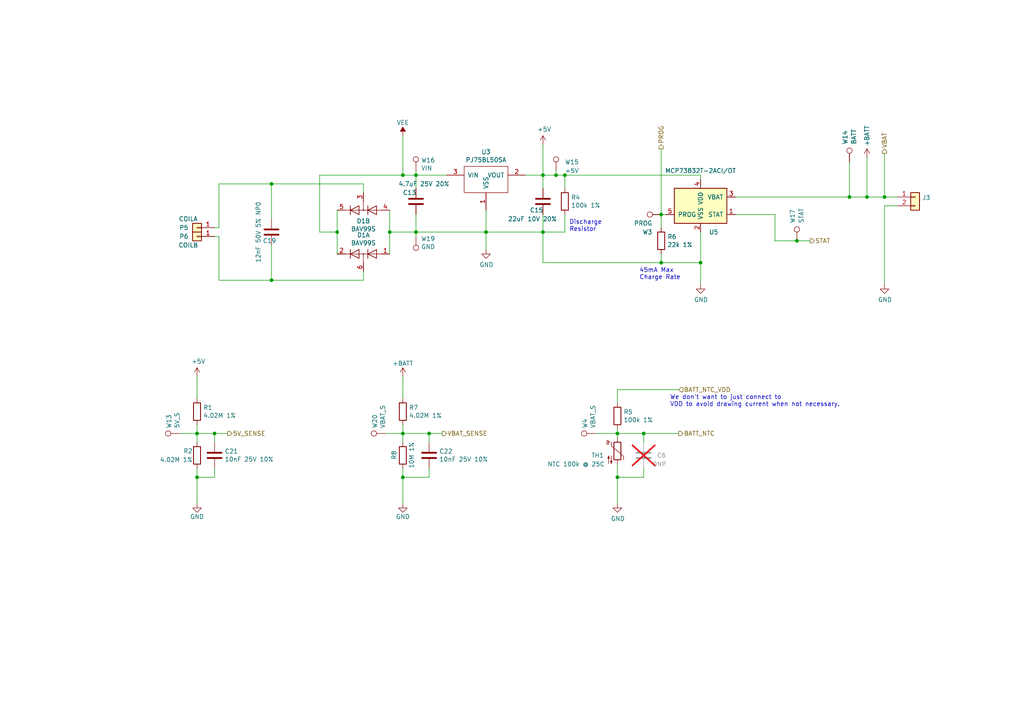
<source format=kicad_sch>
(kicad_sch (version 20231120) (generator "eeschema") (generator_version "8.0")
  (paper "A4")
  (lib_symbols
    (symbol "Connector_Generic:Conn_01x01" (pin_names (offset 1.016) hide)
      (property "Reference" "J" (at 0 2.54 0))
      (property "Value" "Conn_01x01" (at 0 -2.54 0))
      (symbol "Conn_01x01_1_1"
        (rectangle (start -1.27 0.127) (end 0 -0.127) (stroke (width 0.1524)))
        (rectangle (start -1.27 1.27) (end 1.27 -1.27) (stroke (width 0.254)) (fill (type background)))
        (pin passive line (at -5.08 0 0) (length 3.81) (name "Pin_1") (number "1"))
      )
    )
    (symbol "Connector_Generic:Conn_01x02" (pin_names (offset 1.016) hide)
      (property "Reference" "J" (at 0 2.54 0))
      (property "Value" "Conn_01x02" (at 0 -5.08 0))
      (symbol "Conn_01x02_1_1"
        (rectangle (start -1.27 -2.413) (end 0 -2.667) (stroke (width 0.1524)))
        (rectangle (start -1.27 0.127) (end 0 -0.127) (stroke (width 0.1524)))
        (rectangle (start -1.27 1.27) (end 1.27 -3.81) (stroke (width 0.254)) (fill (type background)))
        (pin passive line (at -5.08 0 0) (length 3.81) (name "Pin_1") (number "1"))
        (pin passive line (at -5.08 -2.54 0) (length 3.81) (name "Pin_2") (number "2"))
      )
    )
    (symbol "Device:C" (pin_numbers hide) (pin_names (offset 0.254))
      (property "Reference" "C" (at 0.635 2.54 0))
      (property "Value" "C" (at 0.635 -2.54 0))
      (symbol "C_0_1"
        (polyline (pts (xy -2.032 -0.762) (xy 2.032 -0.762)) (stroke (width 0.508)))
        (polyline (pts (xy -2.032 0.762) (xy 2.032 0.762)) (stroke (width 0.508)))
      )
      (symbol "C_1_1"
        (pin passive line (at 0 3.81 270) (length 2.794) (name "~") (number "1"))
        (pin passive line (at 0 -3.81 90) (length 2.794) (name "~") (number "2"))
      )
    )
    (symbol "Device:R" (pin_numbers hide) (pin_names (offset 0))
      (property "Reference" "R" (at 2.032 0 90))
      (property "Value" "R" (at 0 0 90))
      (symbol "R_0_1"
        (rectangle (start -1.016 -2.54) (end 1.016 2.54) (stroke (width 0.254)))
      )
      (symbol "R_1_1"
        (pin passive line (at 0 3.81 270) (length 1.27) (name "~") (number "1"))
        (pin passive line (at 0 -3.81 90) (length 1.27) (name "~") (number "2"))
      )
    )
    (symbol "Device:Thermistor_NTC" (pin_numbers hide) (pin_names (offset 0))
      (property "Reference" "TH" (at -4.445 0 90))
      (property "Value" "Thermistor_NTC" (at 3.175 0 90))
      (symbol "Thermistor_NTC_0_1"
        (arc (start -3.048 2.159) (mid -3.0495 2.3143) (end -3.175 2.413))
        (arc (start -3.048 2.159) (mid -2.9736 1.9794) (end -2.794 1.905))
        (arc (start -3.048 2.794) (mid -2.9736 2.6144) (end -2.794 2.54))
        (arc (start -2.794 1.905) (mid -2.6144 1.9794) (end -2.54 2.159))
        (arc (start -2.794 2.54) (mid -2.4393 2.5587) (end -2.159 2.794))
        (arc (start -2.794 3.048) (mid -2.9736 2.9736) (end -3.048 2.794))
        (arc (start -2.54 2.794) (mid -2.6144 2.9736) (end -2.794 3.048))
        (rectangle (start -1.016 2.54) (end 1.016 -2.54) (stroke (width 0.254)))
        (polyline (pts (xy -2.54 2.159) (xy -2.54 2.794)))
        (polyline (pts (xy -1.778 2.54) (xy -1.778 1.524) (xy 1.778 -1.524) (xy 1.778 -2.54)))
        (polyline (pts (xy -2.54 -3.683) (xy -2.54 -1.397) (xy -2.794 -2.159) (xy -2.286 -2.159) (xy -2.54 -1.397) (xy -2.54 -1.651)) (fill (type outline)))
        (polyline (pts (xy -1.778 -1.397) (xy -1.778 -3.683) (xy -2.032 -2.921) (xy -1.524 -2.921) (xy -1.778 -3.683) (xy -1.778 -3.429)) (fill (type outline)))
      )
      (symbol "Thermistor_NTC_1_1"
        (pin passive line (at 0 3.81 270) (length 1.27) (name "~") (number "1"))
        (pin passive line (at 0 -3.81 90) (length 1.27) (name "~") (number "2"))
      )
    )
    (symbol "Pixels-dice:BAV99S-diode" (pin_names (offset 0.0254) hide)
      (property "Reference" "D" (at 0 2.54 0))
      (property "Value" "BAV99S-diode" (at 0 5.08 0))
      (symbol "BAV99S-diode_0_1"
        (polyline (pts (xy -5.08 0) (xy 5.08 0)))
        (polyline (pts (xy 0 0) (xy 0 -2.54)))
        (polyline (pts (xy -1.27 -1.27) (xy -1.27 1.27) (xy -1.27 1.27)) (stroke (width 0.2032)))
        (polyline (pts (xy 3.81 1.27) (xy 3.81 -1.27) (xy 3.81 -1.27)) (stroke (width 0.2032)))
        (polyline (pts (xy -3.81 1.27) (xy -1.27 0) (xy -3.81 -1.27) (xy -3.81 1.27) (xy -3.81 1.27) (xy -3.81 1.27)) (stroke (width 0.2032)))
        (polyline (pts (xy 1.27 1.27) (xy 3.81 0) (xy 1.27 -1.27) (xy 1.27 1.27) (xy 1.27 1.27) (xy 1.27 1.27)) (stroke (width 0.2032)))
        (circle (center 0 0) (radius 0.127))
      )
      (symbol "BAV99S-diode_1_1"
        (polyline (pts (xy 6.35 0) (xy 7.62 0)))
        (pin passive line (at -7.62 0 0) (length 2.54) (name "A1") (number "1"))
        (pin passive line (at 7.62 0 180) (length 2.54) (name "K2") (number "2"))
        (pin passive line (at 0 -5.08 90) (length 2.54) (name "K3A4") (number "6"))
      )
      (symbol "BAV99S-diode_2_1"
        (polyline (pts (xy 6.35 0) (xy 7.62 0)))
        (pin passive line (at 0 -5.08 90) (length 2.54) (name "K1A2") (number "3"))
        (pin passive line (at -7.62 0 0) (length 2.54) (name "A3") (number "4"))
        (pin passive line (at 7.62 0 180) (length 2.54) (name "K4") (number "5"))
      )
    )
    (symbol "Pixels-dice:HX6306P502MR" (pin_names (offset 1.016))
      (property "Reference" "U" (at 3.81 -6.35 0))
      (property "Value" "HX6306P502MR" (at 0 3.81 0))
      (symbol "HX6306P502MR_0_1"
        (rectangle (start -6.35 2.54) (end 6.35 -5.08))
      )
      (symbol "HX6306P502MR_1_1"
        (pin power_in line (at 0 -10.16 90) (length 5.08) (name "VSS") (number "1"))
        (pin power_out line (at 11.43 0 180) (length 5.08) (name "VOUT") (number "2"))
        (pin power_in line (at -11.43 0 0) (length 5.08) (name "VIN") (number "3"))
      )
    )
    (symbol "Pixels-dice:MCP73831-2-OT-battery_management" (pin_names (offset 1.016))
      (property "Reference" "U" (at -7.62 6.35 0))
      (property "Value" "MCP73831-2-OT-battery_management" (at 1.27 6.35 0))
      (symbol "MCP73831-2-OT-battery_management_0_1"
        (rectangle (start -7.62 5.08) (end 7.62 -5.08) (stroke (width 0.254)) (fill (type background)))
      )
      (symbol "MCP73831-2-OT-battery_management_1_1"
        (pin output line (at 10.16 -2.54 180) (length 2.54) (name "STAT") (number "1"))
        (pin power_in line (at 0 -7.62 90) (length 2.54) (name "VSS") (number "2"))
        (pin power_out line (at 10.16 2.54 180) (length 2.54) (name "VBAT") (number "3"))
        (pin power_in line (at 0 7.62 270) (length 2.54) (name "VDD") (number "4"))
        (pin input line (at -10.16 -2.54 0) (length 2.54) (name "PROG") (number "5"))
      )
    )
    (symbol "Pixels-dice:TEST_1P-conn" (pin_numbers hide) (pin_names (offset 0.762) hide)
      (property "Reference" "W" (at 0 6.858 0))
      (property "Value" "TEST_1P-conn" (at 0 5.08 0))
      (symbol "TEST_1P-conn_0_1"
        (circle (center 0 3.302) (radius 0.762))
      )
      (symbol "TEST_1P-conn_1_1"
        (pin passive line (at 0 0 90) (length 2.54) (name "1") (number "1"))
      )
    )
    (symbol "power:+5V" (power) (pin_names (offset 0))
      (property "Value" "+5V" (at 0 3.556 0))
      (symbol "+5V_0_1"
        (polyline (pts (xy -0.762 1.27) (xy 0 2.54)))
        (polyline (pts (xy 0 0) (xy 0 2.54)))
        (polyline (pts (xy 0 2.54) (xy 0.762 1.27)))
      )
      (symbol "+5V_1_1"
        (pin power_in line (at 0 0 90) (length 0) hide (name "+5V") (number "1"))
      )
    )
    (symbol "power:+BATT" (power) (pin_names (offset 0))
      (property "Value" "+BATT" (at 0 3.556 0))
      (symbol "+BATT_0_1"
        (polyline (pts (xy -0.762 1.27) (xy 0 2.54)))
        (polyline (pts (xy 0 0) (xy 0 2.54)))
        (polyline (pts (xy 0 2.54) (xy 0.762 1.27)))
      )
      (symbol "+BATT_1_1"
        (pin power_in line (at 0 0 90) (length 0) hide (name "+BATT") (number "1"))
      )
    )
    (symbol "power:GND" (power) (pin_names (offset 0))
      (property "Value" "GND" (at 0 -3.81 0))
      (symbol "GND_0_1"
        (polyline (pts (xy 0 0) (xy 0 -1.27) (xy 1.27 -1.27) (xy 0 -2.54) (xy -1.27 -1.27) (xy 0 -1.27)))
      )
      (symbol "GND_1_1"
        (pin power_in line (at 0 0 270) (length 0) hide (name "GND") (number "1"))
      )
    )
    (symbol "power:VEE" (power) (pin_names (offset 0))
      (property "Value" "VEE" (at 0 3.81 0))
      (symbol "VEE_0_1"
        (polyline (pts (xy 0 0) (xy 0 2.54)))
        (polyline (pts (xy 0.762 1.27) (xy -0.762 1.27) (xy 0 2.54) (xy 0.762 1.27)) (fill (type outline)))
      )
      (symbol "VEE_1_1"
        (pin power_in line (at 0 0 90) (length 0) hide (name "VEE") (number "1"))
      )
    )
  )
  (junction (at 97.79 67.31))
  (junction (at 256.54 57.15))
  (junction (at 57.15 125.73))
  (junction (at 191.77 76.2))
  (junction (at 57.15 138.43))
  (junction (at 203.2 76.2))
  (junction (at 191.77 62.23))
  (junction (at 157.48 67.31))
  (junction (at 251.46 57.15))
  (junction (at 140.97 67.31))
  (junction (at 120.65 67.31))
  (junction (at 78.74 53.34))
  (junction (at 120.65 50.8))
  (junction (at 179.07 125.73))
  (junction (at 186.69 125.73))
  (junction (at 116.84 138.43))
  (junction (at 62.23 125.73))
  (junction (at 246.38 57.15))
  (junction (at 157.48 50.8))
  (junction (at 78.74 81.28))
  (junction (at 161.29 50.8))
  (junction (at 116.84 125.73))
  (junction (at 113.03 67.31))
  (junction (at 163.83 50.8))
  (junction (at 231.14 69.85))
  (junction (at 116.84 50.8))
  (junction (at 179.07 138.43))
  (junction (at 124.46 125.73))
  (wire (pts (xy 157.48 76.2) (xy 191.77 76.2)))
  (wire (pts (xy 78.74 81.28) (xy 63.5 81.28)))
  (wire (pts (xy 246.38 57.15) (xy 251.46 57.15)))
  (wire (pts (xy 124.46 138.43) (xy 116.84 138.43)))
  (wire (pts (xy 57.15 135.89) (xy 57.15 138.43)))
  (wire (pts (xy 157.48 67.31) (xy 157.48 76.2)))
  (wire (pts (xy 161.29 49.53) (xy 161.29 50.8)))
  (wire (pts (xy 213.36 57.15) (xy 246.38 57.15)))
  (wire (pts (xy 52.07 125.73) (xy 57.15 125.73)))
  (wire (pts (xy 224.79 69.85) (xy 231.14 69.85)))
  (wire (pts (xy 57.15 115.57) (xy 57.15 109.22)))
  (wire (pts (xy 78.74 53.34) (xy 63.5 53.34)))
  (wire (pts (xy 256.54 44.45) (xy 256.54 57.15)))
  (wire (pts (xy 157.48 41.91) (xy 157.48 50.8)))
  (wire (pts (xy 256.54 57.15) (xy 251.46 57.15)))
  (wire (pts (xy 63.5 81.28) (xy 63.5 68.58)))
  (wire (pts (xy 97.79 60.96) (xy 97.79 67.31)))
  (wire (pts (xy 124.46 125.73) (xy 128.27 125.73)))
  (wire (pts (xy 157.48 67.31) (xy 157.48 62.23)))
  (wire (pts (xy 163.83 67.31) (xy 157.48 67.31)))
  (wire (pts (xy 213.36 62.23) (xy 224.79 62.23)))
  (wire (pts (xy 246.38 46.99) (xy 246.38 57.15)))
  (wire (pts (xy 191.77 73.66) (xy 191.77 76.2)))
  (wire (pts (xy 57.15 123.19) (xy 57.15 125.73)))
  (wire (pts (xy 63.5 66.04) (xy 62.23 66.04)))
  (wire (pts (xy 186.69 125.73) (xy 186.69 128.27)))
  (wire (pts (xy 163.83 62.23) (xy 163.83 67.31)))
  (wire (pts (xy 57.15 138.43) (xy 57.15 146.05)))
  (wire (pts (xy 57.15 128.27) (xy 57.15 125.73)))
  (wire (pts (xy 186.69 125.73) (xy 196.85 125.73)))
  (wire (pts (xy 63.5 53.34) (xy 63.5 66.04)))
  (wire (pts (xy 97.79 67.31) (xy 97.79 73.66)))
  (wire (pts (xy 161.29 50.8) (xy 163.83 50.8)))
  (wire (pts (xy 113.03 60.96) (xy 113.03 67.31)))
  (wire (pts (xy 140.97 67.31) (xy 157.48 67.31)))
  (wire (pts (xy 113.03 67.31) (xy 113.03 73.66)))
  (wire (pts (xy 120.65 49.53) (xy 120.65 50.8)))
  (wire (pts (xy 124.46 135.89) (xy 124.46 138.43)))
  (wire (pts (xy 62.23 135.89) (xy 62.23 138.43)))
  (wire (pts (xy 57.15 125.73) (xy 62.23 125.73)))
  (wire (pts (xy 256.54 59.69) (xy 256.54 82.55)))
  (wire (pts (xy 163.83 50.8) (xy 203.2 50.8)))
  (wire (pts (xy 191.77 43.18) (xy 191.77 62.23)))
  (wire (pts (xy 179.07 125.73) (xy 179.07 127)))
  (wire (pts (xy 105.41 78.74) (xy 105.41 81.28)))
  (wire (pts (xy 186.69 138.43) (xy 179.07 138.43)))
  (wire (pts (xy 120.65 50.8) (xy 129.54 50.8)))
  (wire (pts (xy 120.65 50.8) (xy 120.65 54.61)))
  (wire (pts (xy 179.07 124.46) (xy 179.07 125.73)))
  (wire (pts (xy 111.76 125.73) (xy 116.84 125.73)))
  (wire (pts (xy 140.97 67.31) (xy 140.97 72.39)))
  (wire (pts (xy 179.07 125.73) (xy 186.69 125.73)))
  (wire (pts (xy 179.07 113.03) (xy 196.85 113.03)))
  (wire (pts (xy 116.84 125.73) (xy 116.84 128.27)))
  (wire (pts (xy 116.84 109.22) (xy 116.84 115.57)))
  (wire (pts (xy 116.84 135.89) (xy 116.84 138.43)))
  (wire (pts (xy 251.46 45.72) (xy 251.46 57.15)))
  (wire (pts (xy 62.23 125.73) (xy 66.04 125.73)))
  (wire (pts (xy 78.74 71.12) (xy 78.74 81.28)))
  (wire (pts (xy 120.65 67.31) (xy 113.03 67.31)))
  (wire (pts (xy 203.2 52.07) (xy 203.2 50.8)))
  (wire (pts (xy 224.79 62.23) (xy 224.79 69.85)))
  (wire (pts (xy 62.23 128.27) (xy 62.23 125.73)))
  (wire (pts (xy 203.2 67.31) (xy 203.2 76.2)))
  (wire (pts (xy 152.4 50.8) (xy 157.48 50.8)))
  (wire (pts (xy 231.14 69.85) (xy 234.95 69.85)))
  (wire (pts (xy 157.48 50.8) (xy 157.48 54.61)))
  (wire (pts (xy 186.69 135.89) (xy 186.69 138.43)))
  (wire (pts (xy 92.71 50.8) (xy 116.84 50.8)))
  (wire (pts (xy 140.97 60.96) (xy 140.97 67.31)))
  (wire (pts (xy 63.5 68.58) (xy 62.23 68.58)))
  (wire (pts (xy 78.74 53.34) (xy 105.41 53.34)))
  (wire (pts (xy 97.79 67.31) (xy 92.71 67.31)))
  (wire (pts (xy 124.46 125.73) (xy 124.46 128.27)))
  (wire (pts (xy 62.23 138.43) (xy 57.15 138.43)))
  (wire (pts (xy 179.07 138.43) (xy 179.07 146.05)))
  (wire (pts (xy 260.35 59.69) (xy 256.54 59.69)))
  (wire (pts (xy 193.04 62.23) (xy 191.77 62.23)))
  (wire (pts (xy 120.65 68.58) (xy 120.65 67.31)))
  (wire (pts (xy 116.84 123.19) (xy 116.84 125.73)))
  (wire (pts (xy 191.77 76.2) (xy 203.2 76.2)))
  (wire (pts (xy 116.84 125.73) (xy 124.46 125.73)))
  (wire (pts (xy 179.07 116.84) (xy 179.07 113.03)))
  (wire (pts (xy 157.48 50.8) (xy 161.29 50.8)))
  (wire (pts (xy 92.71 67.31) (xy 92.71 50.8)))
  (wire (pts (xy 260.35 57.15) (xy 256.54 57.15)))
  (wire (pts (xy 116.84 138.43) (xy 116.84 146.05)))
  (wire (pts (xy 116.84 39.37) (xy 116.84 50.8)))
  (wire (pts (xy 120.65 62.23) (xy 120.65 67.31)))
  (wire (pts (xy 120.65 67.31) (xy 140.97 67.31)))
  (wire (pts (xy 105.41 55.88) (xy 105.41 53.34)))
  (wire (pts (xy 191.77 62.23) (xy 191.77 66.04)))
  (wire (pts (xy 172.72 125.73) (xy 179.07 125.73)))
  (wire (pts (xy 179.07 134.62) (xy 179.07 138.43)))
  (wire (pts (xy 78.74 63.5) (xy 78.74 53.34)))
  (wire (pts (xy 203.2 76.2) (xy 203.2 82.55)))
  (wire (pts (xy 163.83 50.8) (xy 163.83 54.61)))
  (wire (pts (xy 116.84 50.8) (xy 120.65 50.8)))
  (wire (pts (xy 78.74 81.28) (xy 105.41 81.28)))
  (text "We don't want to just connect to\nVDD to avoid drawing current when not necessary." (at 194.31 118.11 0) (effects (font (size 1.27 1.27)) (justify left bottom)))
  (text "Discharge\nResistor" (at 165.1 67.31 0) (effects (font (size 1.27 1.27)) (justify left bottom)))
  (text "45mA Max\nCharge Rate" (at 185.42 81.28 0) (effects (font (size 1.27 1.27)) (justify left bottom)))
  (hierarchical_label "BATT_NTC" (shape output) (at 196.85 125.73 0))
  (hierarchical_label "PROG" (shape output) (at 191.77 43.18 90))
  (hierarchical_label "BATT_NTC_VDD" (shape input) (at 196.85 113.03 0))
  (hierarchical_label "VBAT" (shape output) (at 256.54 44.45 90))
  (hierarchical_label "5V_SENSE" (shape output) (at 66.04 125.73 0))
  (hierarchical_label "STAT" (shape output) (at 234.95 69.85 0))
  (hierarchical_label "VBAT_SENSE" (shape output) (at 128.27 125.73 0))
  (symbol (lib_id "power:GND") (at 256.54 82.55 0) (unit 1)
    (property "Reference" "#PWR052" (effects (hide yes)))
    (property "Value" "GND" (at 256.667 86.9442 0))
  )
  (symbol (lib_id "Device:C") (at 120.65 58.42 0) (unit 1)
    (property "Reference" "C13" (at 116.84 55.88 0) (effects (justify left)))
    (property "Value" "4.7uF 25V 20%" (at 115.57 53.34 0) (effects (justify left)))
    (property "Footprint" "Capacitor_SMD:C_0603_1608Metric" (effects (hide yes)))
    (property "Generic OK" "YES" (effects (hide yes)))
    (property "Pixels Part Number" "SMD-C010" (effects (hide yes)))
    (property "Manufacturer" "Murata" (effects (hide yes)))
    (property "Manufacturer Part Number" "GRM188R61E475KE11D" (effects (hide yes)))
  )
  (symbol (lib_id "Device:C") (at 186.69 132.08 0) (unit 1) (in_bom no) (dnp yes)
    (property "Reference" "C6" (at 190.5 132.08 0) (effects (justify left)))
    (property "Value" "DNP" (at 189.23 134.62 0) (effects (justify left)))
    (property "Footprint" "Pixels-dice:C_0402_1005Metric" (effects (hide yes)))
    (property "Generic OK" "YES" (effects (hide yes)))
    (property "Pixels Part Number" "SMD-C005" (effects (hide yes)))
  )
  (symbol (lib_id "Pixels-dice:TEST_1P-conn") (at 120.65 49.53 0) (unit 1) (in_bom no)
    (property "Reference" "W16" (at 122.1232 46.482 0) (effects (justify left)))
    (property "Value" "VIN" (at 122.1232 48.7934 0) (effects (justify left)))
    (property "Footprint" "Pixels-dice:TEST_PIN" (effects (hide yes)))
    (property "Generic OK" "N/A" (effects (hide yes)))
  )
  (symbol (lib_id "power:VEE") (at 116.84 39.37 0) (unit 1)
    (property "Reference" "#PWR032" (effects (hide yes)))
    (property "Value" "VEE" (at 116.84 35.56 0))
  )
  (symbol (lib_id "power:+5V") (at 57.15 109.22 0) (unit 1)
    (property "Reference" "#PWR057" (effects (hide yes)))
    (property "Value" "+5V" (at 57.531 104.8258 0))
  )
  (symbol (lib_id "Pixels-dice:TEST_1P-conn") (at 52.07 125.73 90) (unit 1) (in_bom no)
    (property "Reference" "W13" (at 49.022 124.2568 0) (effects (justify left)))
    (property "Value" "5V_S" (at 51.3334 124.2568 0) (effects (justify left)))
    (property "Footprint" "Pixels-dice:TEST_PIN" (effects (hide yes)))
    (property "Generic OK" "N/A" (effects (hide yes)))
  )
  (symbol (lib_id "Device:C") (at 78.74 67.31 0) (unit 1)
    (property "Reference" "C19" (at 76.2 69.85 0) (effects (justify left)))
    (property "Value" "12nF 50V 5% NP0" (at 74.93 76.2 90) (effects (justify left)))
    (property "Footprint" "Capacitor_SMD:C_0805_2012Metric" (effects (hide yes)))
    (property "Generic OK" "NO" (effects (hide yes)))
    (property "Pixels Part Number" "SMD-C011" (effects (hide yes)))
    (property "Manufacturer" "Murata" (effects (hide yes)))
    (property "Manufacturer Part Number" "GRM2195C1H123JA01D" (effects (hide yes)))
  )
  (symbol (lib_id "Device:R") (at 191.77 69.85 0) (unit 1)
    (property "Reference" "R6" (at 193.548 68.6816 0) (effects (justify left)))
    (property "Value" "22k 1%" (at 193.548 70.993 0) (effects (justify left)))
    (property "Footprint" "Resistor_SMD:R_0402_1005Metric" (effects (hide yes)))
    (property "Generic OK" "YES" (effects (hide yes)))
    (property "Pixels Part Number" "SMD-R002" (effects (hide yes)))
    (property "Manufacturer" "UNI-ROYAL(Uniroyal Elec)" (effects (hide yes)))
    (property "Manufacturer Part Number" "0402WGF2202TCE" (effects (hide yes)))
  )
  (symbol (lib_id "Device:R") (at 116.84 119.38 0) (unit 1)
    (property "Reference" "R7" (at 118.618 118.2116 0) (effects (justify left)))
    (property "Value" "4.02M 1%" (at 118.618 120.523 0) (effects (justify left)))
    (property "Footprint" "Resistor_SMD:R_0402_1005Metric" (effects (hide yes)))
    (property "Generic OK" "YES" (effects (hide yes)))
    (property "Pixels Part Number" "SMD-R003" (effects (hide yes)))
    (property "Manufacturer" "UNI-ROYAL(Uniroyal Elec)" (effects (hide yes)))
    (property "Manufacturer Part Number" "0402WGF4024TCE" (effects (hide yes)))
  )
  (symbol (lib_id "power:+BATT") (at 116.84 109.22 0) (unit 1)
    (property "Reference" "#PWR058" (effects (hide yes)))
    (property "Value" "+BATT" (at 116.84 105.41 0))
  )
  (symbol (lib_id "Device:R") (at 116.84 132.08 0) (unit 1)
    (property "Reference" "R8" (at 114.3 133.35 90) (effects (justify left)))
    (property "Value" "10M 1%" (at 119.38 135.89 90) (effects (justify left)))
    (property "Footprint" "Resistor_SMD:R_0402_1005Metric" (effects (hide yes)))
    (property "Generic OK" "YES" (effects (hide yes)))
    (property "Pixels Part Number" "SMD-R004" (effects (hide yes)))
    (property "Manufacturer" "UNI-ROYAL(Uniroyal Elec)" (effects (hide yes)))
    (property "Manufacturer Part Number" "0402WGF1005TCE" (effects (hide yes)))
  )
  (symbol (lib_id "Pixels-dice:MCP73831-2-OT-battery_management") (at 203.2 59.69 0) (unit 1)
    (property "Reference" "U5" (at 207.01 67.31 0))
    (property "Value" "MCP73832T-2ACI/OT" (at 203.2 49.53 0))
    (property "Footprint" "Package_TO_SOT_SMD:SOT-23-5" (effects (hide yes)))
    (property "Datasheet" "http://ww1.microchip.com/downloads/en/DeviceDoc/20001984g.pdf" (effects (hide yes)))
    (property "Generic OK" "NO" (effects (hide yes)))
    (property "Manufacturer" "Microchip" (effects (hide yes)))
    (property "Manufacturer Part Number" "MCP73832T-2ACI/OT" (effects (hide yes)))
    (property "Pixels Part Number" "SMD-U005" (effects (hide yes)))
  )
  (symbol (lib_id "Device:R") (at 57.15 119.38 0) (unit 1)
    (property "Reference" "R1" (at 58.928 118.2116 0) (effects (justify left)))
    (property "Value" "4.02M 1%" (at 58.928 120.523 0) (effects (justify left)))
    (property "Footprint" "Resistor_SMD:R_0402_1005Metric" (effects (hide yes)))
    (property "Generic OK" "YES" (effects (hide yes)))
    (property "Pixels Part Number" "SMD-R003" (effects (hide yes)))
    (property "Manufacturer" "UNI-ROYAL(Uniroyal Elec)" (effects (hide yes)))
    (property "Manufacturer Part Number" "0402WGF4024TCE" (effects (hide yes)))
  )
  (symbol (lib_id "Device:Thermistor_NTC") (at 179.07 130.81 0) (unit 1)
    (property "Reference" "TH1" (at 171.45 132.08 0) (effects (justify left)))
    (property "Value" "NTC 100k @ 25C" (at 158.75 134.62 0) (effects (justify left)))
    (property "Footprint" "Pixels-dice:R_0402_1005Metric" (effects (hide yes)))
    (property "Generic OK" "NO" (effects (hide yes)))
    (property "Manufacturer" "TDK" (effects (hide yes)))
    (property "Manufacturer Part Number" "NTCG104EF104FT1X" (effects (hide yes)))
  )
  (symbol (lib_id "Device:R") (at 57.15 132.08 180) (unit 1)
    (property "Reference" "R2" (at 55.88 130.81 0) (effects (justify left)))
    (property "Value" "4.02M 1%" (at 55.88 133.35 0) (effects (justify left)))
    (property "Footprint" "Resistor_SMD:R_0402_1005Metric" (effects (hide yes)))
    (property "Generic OK" "YES" (effects (hide yes)))
    (property "Pixels Part Number" "SMD-R003" (effects (hide yes)))
    (property "Manufacturer" "UNI-ROYAL(Uniroyal Elec)" (effects (hide yes)))
    (property "Manufacturer Part Number" "0402WGF4024TCE" (effects (hide yes)))
  )
  (symbol (lib_id "power:GND") (at 116.84 146.05 0) (unit 1)
    (property "Reference" "#PWR060" (effects (hide yes)))
    (property "Value" "GND" (at 116.84 149.86 0))
  )
  (symbol (lib_id "power:+5V") (at 157.48 41.91 0) (unit 1)
    (property "Reference" "#PWR040" (effects (hide yes)))
    (property "Value" "+5V" (at 157.861 37.5158 0))
  )
  (symbol (lib_id "Device:C") (at 124.46 132.08 0) (unit 1)
    (property "Reference" "C22" (at 127.381 130.9116 0) (effects (justify left)))
    (property "Value" "10nF 25V 10%" (at 127.381 133.223 0) (effects (justify left)))
    (property "Footprint" "Pixels-dice:C_0402_1005Metric" (effects (hide yes)))
    (property "Generic OK" "YES" (effects (hide yes)))
    (property "Pixels Part Number" "SMD-C009" (effects (hide yes)))
    (property "Manufacturer" "Murata" (effects (hide yes)))
    (property "Manufacturer Part Number" "GRM155R71H103KA88" (effects (hide yes)))
  )
  (symbol (lib_id "Pixels-dice:TEST_1P-conn") (at 231.14 69.85 0) (unit 1) (in_bom no)
    (property "Reference" "W17" (at 229.87 64.77 90) (effects (justify left)))
    (property "Value" "STAT" (at 232.41 64.77 90) (effects (justify left)))
    (property "Footprint" "Pixels-dice:TEST_PIN" (effects (hide yes)))
    (property "Generic OK" "N/A" (effects (hide yes)))
  )
  (symbol (lib_id "Pixels-dice:TEST_1P-conn") (at 172.72 125.73 90) (unit 1) (in_bom no)
    (property "Reference" "W4" (at 169.672 124.2568 0) (effects (justify left)))
    (property "Value" "VBAT_S" (at 171.9834 124.2568 0) (effects (justify left)))
    (property "Footprint" "Pixels-dice:TEST_PIN" (effects (hide yes)))
    (property "Generic OK" "N/A" (effects (hide yes)))
  )
  (symbol (lib_id "Device:R") (at 163.83 58.42 0) (unit 1)
    (property "Reference" "R4" (at 165.608 57.2516 0) (effects (justify left)))
    (property "Value" "100k 1%" (at 165.608 59.563 0) (effects (justify left)))
    (property "Footprint" "Pixels-dice:R_0402_1005Metric" (effects (hide yes)))
    (property "Generic OK" "YES" (effects (hide yes)))
    (property "Pixels Part Number" "SMD-R006" (effects (hide yes)))
    (property "Manufacturer" "UNI-ROYAL(Uniroyal Elec)" (effects (hide yes)))
    (property "Manufacturer Part Number" "0402WGF1003TCE" (effects (hide yes)))
  )
  (symbol (lib_id "power:GND") (at 203.2 82.55 0) (unit 1)
    (property "Reference" "#PWR051" (effects (hide yes)))
    (property "Value" "GND" (at 203.327 86.9442 0))
  )
  (symbol (lib_id "Device:R") (at 179.07 120.65 0) (unit 1)
    (property "Reference" "R5" (at 180.848 119.4816 0) (effects (justify left)))
    (property "Value" "100k 1%" (at 180.848 121.793 0) (effects (justify left)))
    (property "Footprint" "Pixels-dice:R_0402_1005Metric" (effects (hide yes)))
    (property "Generic OK" "YES" (effects (hide yes)))
    (property "Pixels Part Number" "SMD-R006" (effects (hide yes)))
    (property "Manufacturer" "UNI-ROYAL(Uniroyal Elec)" (effects (hide yes)))
    (property "Manufacturer Part Number" "0402WGF1003TCE" (effects (hide yes)))
  )
  (symbol (lib_id "power:GND") (at 140.97 72.39 0) (unit 1)
    (property "Reference" "#PWR050" (effects (hide yes)))
    (property "Value" "GND" (at 141.097 76.7842 0))
  )
  (symbol (lib_id "power:+BATT") (at 251.46 45.72 0) (unit 1)
    (property "Reference" "#PWR041" (effects (hide yes)))
    (property "Value" "+BATT" (at 251.46 39.37 90))
  )
  (symbol (lib_id "Connector_Generic:Conn_01x02") (at 265.43 57.15 0) (unit 1) (in_bom no)
    (property "Reference" "J3" (at 267.462 57.3532 0) (effects (justify left)))
    (property "Value" "Conn_01x02" (effects (hide yes)))
    (property "Footprint" "Pixels-dice:Hongjie 10100 Connector" (effects (hide yes)))
    (property "Generic OK" "N/A" (effects (hide yes)))
  )
  (symbol (lib_id "Device:C") (at 157.48 58.42 0) (unit 1)
    (property "Reference" "C15" (at 153.67 60.96 0) (effects (justify left)))
    (property "Value" "22uF 10V 20%" (at 147.32 63.5 0) (effects (justify left)))
    (property "Footprint" "Capacitor_SMD:C_0603_1608Metric" (effects (hide yes)))
    (property "Generic OK" "YES" (effects (hide yes)))
    (property "Pixels Part Number" "SMD-C002" (effects (hide yes)))
    (property "Manufacturer" "Murata" (effects (hide yes)))
    (property "Manufacturer Part Number" "GRM188R61A226ME15D" (effects (hide yes)))
  )
  (symbol (lib_id "Pixels-dice:TEST_1P-conn") (at 120.65 68.58 180) (unit 1) (in_bom no)
    (property "Reference" "W19" (at 122.1232 69.2658 0) (effects (justify right)))
    (property "Value" "GND" (at 122.1232 71.5772 0) (effects (justify right)))
    (property "Footprint" "Pixels-dice:TEST_PIN" (effects (hide yes)))
    (property "Generic OK" "N/A" (effects (hide yes)))
  )
  (symbol (lib_id "Pixels-dice:TEST_1P-conn") (at 246.38 46.99 0) (unit 1) (in_bom no)
    (property "Reference" "W14" (at 245.11 41.91 90) (effects (justify left)))
    (property "Value" "BATT" (at 247.65 41.91 90) (effects (justify left)))
    (property "Footprint" "Pixels-dice:TEST_PIN" (effects (hide yes)))
    (property "Generic OK" "N/A" (effects (hide yes)))
  )
  (symbol (lib_id "Connector_Generic:Conn_01x01") (at 57.15 68.58 180) (unit 1) (in_bom no)
    (property "Reference" "P6" (at 53.34 68.58 0))
    (property "Value" "COILB" (at 54.61 71.12 0))
    (property "Footprint" "TestPoint:TestPoint_THTPad_D1.5mm_Drill0.7mm" (effects (hide yes)))
    (property "Generic OK" "N/A" (effects (hide yes)))
  )
  (symbol (lib_id "Connector_Generic:Conn_01x01") (at 57.15 66.04 180) (unit 1) (in_bom no)
    (property "Reference" "P5" (at 53.34 66.04 0))
    (property "Value" "COILA" (at 54.61 63.5 0))
    (property "Footprint" "TestPoint:TestPoint_THTPad_D1.5mm_Drill0.7mm" (effects (hide yes)))
    (property "Generic OK" "N/A" (effects (hide yes)))
  )
  (symbol (lib_id "Pixels-dice:TEST_1P-conn") (at 111.76 125.73 90) (unit 1) (in_bom no)
    (property "Reference" "W20" (at 108.712 124.2568 0) (effects (justify left)))
    (property "Value" "VBAT_S" (at 111.0234 124.2568 0) (effects (justify left)))
    (property "Footprint" "Pixels-dice:TEST_PIN" (effects (hide yes)))
    (property "Generic OK" "N/A" (effects (hide yes)))
  )
  (symbol (lib_id "Pixels-dice:HX6306P502MR") (at 140.97 50.8 0) (unit 1)
    (property "Reference" "U3" (at 140.97 44.069 0))
    (property "Value" "PJ75BL50SA" (at 140.97 46.3804 0))
    (property "Footprint" "Pixels-dice:SOT-23" (effects (hide yes)))
    (property "Manufacturer" "PJSEMI" (effects (hide yes)))
    (property "Manufacturer Part Number" "PJ75BL50SA" (effects (hide yes)))
    (property "Generic OK" "NO" (effects (hide yes)))
  )
  (symbol (lib_id "Pixels-dice:TEST_1P-conn") (at 161.29 49.53 0) (unit 1) (in_bom no)
    (property "Reference" "W15" (at 163.83 46.99 0) (effects (justify left)))
    (property "Value" "+5V" (at 163.83 49.53 0) (effects (justify left)))
    (property "Footprint" "Pixels-dice:TEST_PIN" (effects (hide yes)))
    (property "Generic OK" "N/A" (effects (hide yes)))
  )
  (symbol (lib_id "Pixels-dice:TEST_1P-conn") (at 191.77 62.23 90) (unit 1) (in_bom no)
    (property "Reference" "W3" (at 189.23 67.31 90) (effects (justify left)))
    (property "Value" "PROG" (at 189.23 64.77 90) (effects (justify left)))
    (property "Footprint" "Pixels-dice:TEST_PIN" (effects (hide yes)))
    (property "Generic OK" "N/A" (effects (hide yes)))
  )
  (symbol (lib_id "Pixels-dice:BAV99S-diode") (at 105.41 60.96 180) (unit 2)
    (property "Reference" "D1" (at 105.41 64.1096 0))
    (property "Value" "BAV99S" (at 105.41 66.421 0))
    (property "Footprint" "Package_TO_SOT_SMD:SOT-363_SC-70-6" (effects (hide yes)))
    (property "Datasheet" "https://assets.nexperia.com/documents/data-sheet/BAV99_SER.pdf" (effects (hide yes)))
    (property "Generic OK" "YES" (effects (hide yes)))
    (property "Manufacturer" "Nexperia" (effects (hide yes)))
    (property "Manufacturer Part Number" "BAV99S,115" (effects (hide yes)))
    (property "Pixels Part Number" "SMD-D001" (effects (hide yes)))
  )
  (symbol (lib_id "power:GND") (at 57.15 146.05 0) (unit 1)
    (property "Reference" "#PWR059" (effects (hide yes)))
    (property "Value" "GND" (at 57.15 149.86 0))
  )
  (symbol (lib_id "Pixels-dice:BAV99S-diode") (at 105.41 73.66 0) (mirror y) (unit 1)
    (property "Reference" "D1" (at 105.41 68.1736 0))
    (property "Value" "BAV99S" (at 105.41 70.485 0))
    (property "Footprint" "Package_TO_SOT_SMD:SOT-363_SC-70-6" (effects (hide yes)))
    (property "Datasheet" "https://assets.nexperia.com/documents/data-sheet/BAV99_SER.pdf" (effects (hide yes)))
    (property "Generic OK" "YES" (effects (hide yes)))
    (property "Manufacturer" "Nexperia" (effects (hide yes)))
    (property "Manufacturer Part Number" "BAV99S,115" (effects (hide yes)))
    (property "Pixels Part Number" "SMD-D001" (effects (hide yes)))
  )
  (symbol (lib_id "power:GND") (at 179.07 146.05 0) (unit 1)
    (property "Reference" "#PWR0133" (effects (hide yes)))
    (property "Value" "GND" (at 179.197 150.4442 0))
  )
  (symbol (lib_id "Device:C") (at 62.23 132.08 0) (unit 1)
    (property "Reference" "C21" (at 65.151 130.9116 0) (effects (justify left)))
    (property "Value" "10nF 25V 10%" (at 65.151 133.223 0) (effects (justify left)))
    (property "Footprint" "Pixels-dice:C_0402_1005Metric" (effects (hide yes)))
    (property "Generic OK" "YES" (effects (hide yes)))
    (property "Pixels Part Number" "SMD-C009" (effects (hide yes)))
    (property "Manufacturer" "Murata" (effects (hide yes)))
    (property "Manufacturer Part Number" "GRM155R71H103KA88" (effects (hide yes)))
  )
)
</source>
